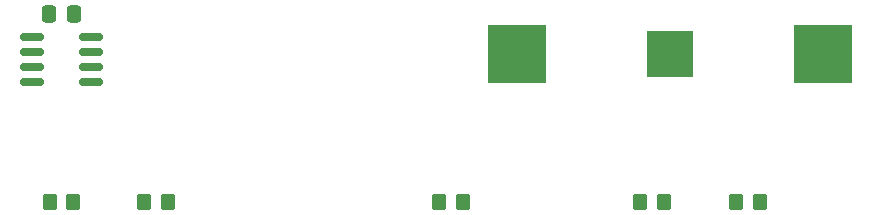
<source format=gbr>
%TF.GenerationSoftware,KiCad,Pcbnew,9.0.2*%
%TF.CreationDate,2025-05-22T18:28:57+02:00*%
%TF.ProjectId,blinky,626c696e-6b79-42e6-9b69-6361645f7063,rev?*%
%TF.SameCoordinates,Original*%
%TF.FileFunction,Paste,Bot*%
%TF.FilePolarity,Positive*%
%FSLAX46Y46*%
G04 Gerber Fmt 4.6, Leading zero omitted, Abs format (unit mm)*
G04 Created by KiCad (PCBNEW 9.0.2) date 2025-05-22 18:28:57*
%MOMM*%
%LPD*%
G01*
G04 APERTURE LIST*
G04 Aperture macros list*
%AMRoundRect*
0 Rectangle with rounded corners*
0 $1 Rounding radius*
0 $2 $3 $4 $5 $6 $7 $8 $9 X,Y pos of 4 corners*
0 Add a 4 corners polygon primitive as box body*
4,1,4,$2,$3,$4,$5,$6,$7,$8,$9,$2,$3,0*
0 Add four circle primitives for the rounded corners*
1,1,$1+$1,$2,$3*
1,1,$1+$1,$4,$5*
1,1,$1+$1,$6,$7*
1,1,$1+$1,$8,$9*
0 Add four rect primitives between the rounded corners*
20,1,$1+$1,$2,$3,$4,$5,0*
20,1,$1+$1,$4,$5,$6,$7,0*
20,1,$1+$1,$6,$7,$8,$9,0*
20,1,$1+$1,$8,$9,$2,$3,0*%
G04 Aperture macros list end*
%ADD10RoundRect,0.250000X0.350000X0.450000X-0.350000X0.450000X-0.350000X-0.450000X0.350000X-0.450000X0*%
%ADD11RoundRect,0.150000X0.825000X0.150000X-0.825000X0.150000X-0.825000X-0.150000X0.825000X-0.150000X0*%
%ADD12R,5.000000X5.000000*%
%ADD13R,4.000000X4.000000*%
%ADD14RoundRect,0.250000X-0.350000X-0.450000X0.350000X-0.450000X0.350000X0.450000X-0.350000X0.450000X0*%
%ADD15RoundRect,0.250000X-0.337500X-0.475000X0.337500X-0.475000X0.337500X0.475000X-0.337500X0.475000X0*%
G04 APERTURE END LIST*
D10*
%TO.C,R5*%
X134100000Y-85500000D03*
X132100000Y-85500000D03*
%TD*%
D11*
%TO.C,U1*%
X77475000Y-71595000D03*
X77475000Y-72865000D03*
X77475000Y-74135000D03*
X77475000Y-75405000D03*
X72525000Y-75405000D03*
X72525000Y-74135000D03*
X72525000Y-72865000D03*
X72525000Y-71595000D03*
%TD*%
D12*
%TO.C,BT1*%
X139450000Y-73000000D03*
X113550000Y-73000000D03*
D13*
X126500000Y-73000000D03*
%TD*%
D10*
%TO.C,R2*%
X84000000Y-85500000D03*
X82000000Y-85500000D03*
%TD*%
D14*
%TO.C,R3*%
X107000000Y-85500000D03*
X109000000Y-85500000D03*
%TD*%
%TO.C,R4*%
X124000000Y-85500000D03*
X126000000Y-85500000D03*
%TD*%
D15*
%TO.C,C1*%
X73962500Y-69600000D03*
X76037500Y-69600000D03*
%TD*%
D14*
%TO.C,R1*%
X74000000Y-85500000D03*
X76000000Y-85500000D03*
%TD*%
M02*

</source>
